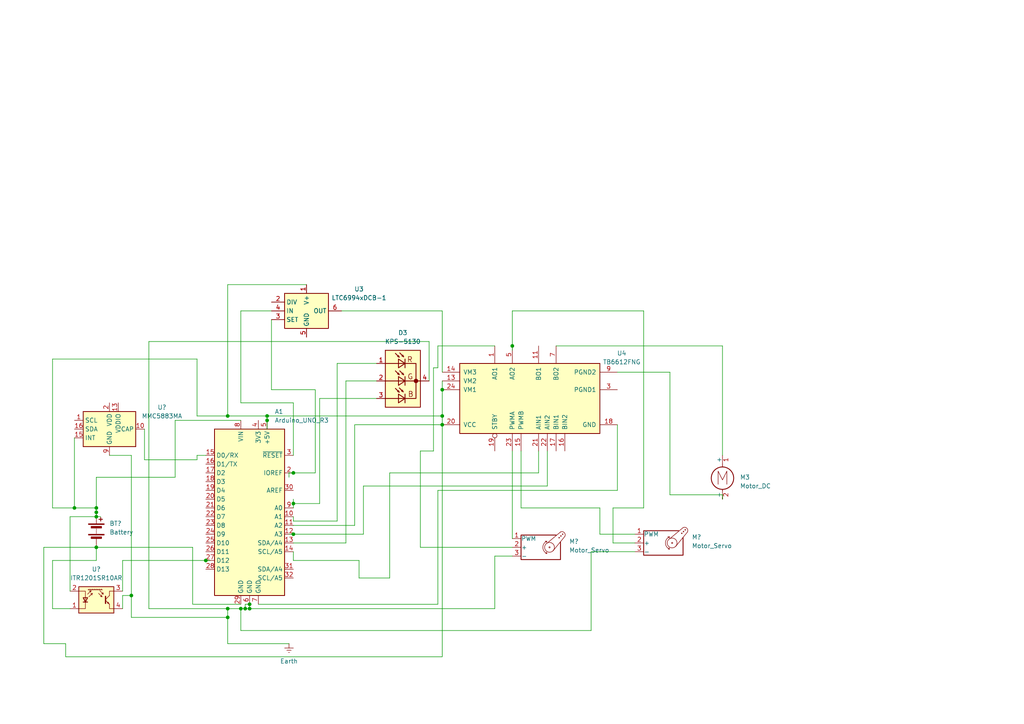
<source format=kicad_sch>
(kicad_sch (version 20231120) (generator "eeschema") (generator_version "8.0")
  (paper "A4")
  (lib_symbols
    (symbol "Device:Battery" (pin_numbers hide) (pin_names (offset 0) hide)
      (property "Reference" "BT" (at 2.54 2.54 0))
      (property "Value" "Battery" (at 2.54 0 0))
      (symbol "Battery_0_1"
        (rectangle (start -2.286 -1.27) (end 2.286 -1.524) (fill (type outline)))
        (rectangle (start -2.286 1.778) (end 2.286 1.524) (fill (type outline)))
        (rectangle (start -1.524 -2.032) (end 1.524 -2.54) (fill (type outline)))
        (rectangle (start -1.524 1.016) (end 1.524 0.508) (fill (type outline)))
        (polyline (pts (xy 0 -1.016) (xy 0 -0.762)))
        (polyline (pts (xy 0 -0.508) (xy 0 -0.254)))
        (polyline (pts (xy 0 0) (xy 0 0.254)))
        (polyline (pts (xy 0 1.778) (xy 0 2.54)))
        (polyline (pts (xy 0.762 3.048) (xy 1.778 3.048)) (stroke (width 0.254)))
        (polyline (pts (xy 1.27 3.556) (xy 1.27 2.54)) (stroke (width 0.254)))
      )
      (symbol "Battery_1_1"
        (pin passive line (at 0 5.08 270) (length 2.54) (name "+") (number "1"))
        (pin passive line (at 0 -5.08 90) (length 2.54) (name "-") (number "2"))
      )
    )
    (symbol "Driver_Motor:TB6612FNG" (pin_names (offset 1.016))
      (property "Reference" "U" (at 11.43 17.78 0))
      (property "Value" "TB6612FNG" (at 11.43 15.24 0))
      (symbol "TB6612FNG_0_1"
        (rectangle (start -10.16 20.32) (end 10.16 -20.32) (stroke (width 0.254)) (fill (type background)))
      )
      (symbol "TB6612FNG_1_1"
        (pin output line (at 15.24 10.16 180) (length 5.08) (name "AO1") (number "1"))
        (pin passive line (at 7.62 -25.4 90) (length 5.08) hide (name "PGND2") (number "10"))
        (pin output line (at 15.24 -2.54 180) (length 5.08) (name "BO1") (number "11"))
        (pin passive line (at 15.24 -2.54 180) (length 5.08) hide (name "BO1") (number "12"))
        (pin power_in line (at 5.08 25.4 270) (length 5.08) (name "VM2") (number "13"))
        (pin power_in line (at 7.62 25.4 270) (length 5.08) (name "VM3") (number "14"))
        (pin input line (at -15.24 2.54 0) (length 5.08) (name "PWMB") (number "15"))
        (pin input line (at -15.24 -10.16 0) (length 5.08) (name "BIN2") (number "16"))
        (pin input line (at -15.24 -7.62 0) (length 5.08) (name "BIN1") (number "17"))
        (pin power_in line (at -7.62 -25.4 90) (length 5.08) (name "GND") (number "18"))
        (pin input inverted (at -15.24 10.16 0) (length 5.08) (name "STBY") (number "19"))
        (pin passive line (at 15.24 10.16 180) (length 5.08) hide (name "AO1") (number "2"))
        (pin power_in line (at -7.62 25.4 270) (length 5.08) (name "VCC") (number "20"))
        (pin input line (at -15.24 -2.54 0) (length 5.08) (name "AIN1") (number "21"))
        (pin input line (at -15.24 -5.08 0) (length 5.08) (name "AIN2") (number "22"))
        (pin input line (at -15.24 5.08 0) (length 5.08) (name "PWMA") (number "23"))
        (pin power_in line (at 2.54 25.4 270) (length 5.08) (name "VM1") (number "24"))
        (pin power_in line (at 2.54 -25.4 90) (length 5.08) (name "PGND1") (number "3"))
        (pin passive line (at 2.54 -25.4 90) (length 5.08) hide (name "PGND1") (number "4"))
        (pin output line (at 15.24 5.08 180) (length 5.08) (name "AO2") (number "5"))
        (pin passive line (at 15.24 5.08 180) (length 5.08) hide (name "AO2") (number "6"))
        (pin output line (at 15.24 -7.62 180) (length 5.08) (name "BO2") (number "7"))
        (pin passive line (at 15.24 -7.62 180) (length 5.08) hide (name "BO2") (number "8"))
        (pin power_in line (at 7.62 -25.4 90) (length 5.08) (name "PGND2") (number "9"))
      )
    )
    (symbol "MCU_Module:Arduino_UNO_R3"
      (property "Reference" "A" (at -10.16 23.495 0))
      (property "Value" "Arduino_UNO_R3" (at 5.08 -26.67 0))
      (symbol "Arduino_UNO_R3_0_1"
        (rectangle (start -10.16 22.86) (end 10.16 -25.4) (stroke (width 0.254)) (fill (type background)))
      )
      (symbol "Arduino_UNO_R3_1_1"
        (pin no_connect line (at -10.16 -20.32 0) (length 2.54) hide (name "NC") (number "1"))
        (pin bidirectional line (at 12.7 -2.54 180) (length 2.54) (name "A1") (number "10"))
        (pin bidirectional line (at 12.7 -5.08 180) (length 2.54) (name "A2") (number "11"))
        (pin bidirectional line (at 12.7 -7.62 180) (length 2.54) (name "A3") (number "12"))
        (pin bidirectional line (at 12.7 -10.16 180) (length 2.54) (name "SDA/A4") (number "13"))
        (pin bidirectional line (at 12.7 -12.7 180) (length 2.54) (name "SCL/A5") (number "14"))
        (pin bidirectional line (at -12.7 15.24 0) (length 2.54) (name "D0/RX") (number "15"))
        (pin bidirectional line (at -12.7 12.7 0) (length 2.54) (name "D1/TX") (number "16"))
        (pin bidirectional line (at -12.7 10.16 0) (length 2.54) (name "D2") (number "17"))
        (pin bidirectional line (at -12.7 7.62 0) (length 2.54) (name "D3") (number "18"))
        (pin bidirectional line (at -12.7 5.08 0) (length 2.54) (name "D4") (number "19"))
        (pin output line (at 12.7 10.16 180) (length 2.54) (name "IOREF") (number "2"))
        (pin bidirectional line (at -12.7 2.54 0) (length 2.54) (name "D5") (number "20"))
        (pin bidirectional line (at -12.7 0 0) (length 2.54) (name "D6") (number "21"))
        (pin bidirectional line (at -12.7 -2.54 0) (length 2.54) (name "D7") (number "22"))
        (pin bidirectional line (at -12.7 -5.08 0) (length 2.54) (name "D8") (number "23"))
        (pin bidirectional line (at -12.7 -7.62 0) (length 2.54) (name "D9") (number "24"))
        (pin bidirectional line (at -12.7 -10.16 0) (length 2.54) (name "D10") (number "25"))
        (pin bidirectional line (at -12.7 -12.7 0) (length 2.54) (name "D11") (number "26"))
        (pin bidirectional line (at -12.7 -15.24 0) (length 2.54) (name "D12") (number "27"))
        (pin bidirectional line (at -12.7 -17.78 0) (length 2.54) (name "D13") (number "28"))
        (pin power_in line (at -2.54 -27.94 90) (length 2.54) (name "GND") (number "29"))
        (pin input line (at 12.7 15.24 180) (length 2.54) (name "~{RESET}") (number "3"))
        (pin input line (at 12.7 5.08 180) (length 2.54) (name "AREF") (number "30"))
        (pin bidirectional line (at 12.7 -17.78 180) (length 2.54) (name "SDA/A4") (number "31"))
        (pin bidirectional line (at 12.7 -20.32 180) (length 2.54) (name "SCL/A5") (number "32"))
        (pin power_out line (at 2.54 25.4 270) (length 2.54) (name "3V3") (number "4"))
        (pin power_out line (at 5.08 25.4 270) (length 2.54) (name "+5V") (number "5"))
        (pin power_in line (at 0 -27.94 90) (length 2.54) (name "GND") (number "6"))
        (pin power_in line (at 2.54 -27.94 90) (length 2.54) (name "GND") (number "7"))
        (pin power_in line (at -2.54 25.4 270) (length 2.54) (name "VIN") (number "8"))
        (pin bidirectional line (at 12.7 0 180) (length 2.54) (name "A0") (number "9"))
      )
    )
    (symbol "Motor:Motor_DC" (pin_names (offset 0))
      (property "Reference" "M" (at 2.54 2.54 0))
      (property "Value" "Motor_DC" (at 2.54 -5.08 0))
      (symbol "Motor_DC_0_0"
        (polyline (pts (xy -1.27 -3.302) (xy -1.27 0.508) (xy 0 -2.032) (xy 1.27 0.508) (xy 1.27 -3.302)))
      )
      (symbol "Motor_DC_0_1"
        (circle (center 0 -1.524) (radius 3.2512) (stroke (width 0.254)))
        (polyline (pts (xy 0 -7.62) (xy 0 -7.112)))
        (polyline (pts (xy 0 -4.7752) (xy 0 -5.1816)))
        (polyline (pts (xy 0 1.7272) (xy 0 2.0828)))
        (polyline (pts (xy 0 2.032) (xy 0 2.54)))
      )
      (symbol "Motor_DC_1_1"
        (pin passive line (at 0 5.08 270) (length 2.54) (name "+") (number "1"))
        (pin passive line (at 0 -7.62 90) (length 2.54) (name "-") (number "2"))
      )
    )
    (symbol "Motor:Motor_Servo" (pin_names (offset 0.0254))
      (property "Reference" "M" (at -5.08 4.445 0))
      (property "Value" "Motor_Servo" (at -5.08 -4.064 0))
      (symbol "Motor_Servo_0_1"
        (polyline (pts (xy 2.413 -1.778) (xy 2.032 -1.778)))
        (polyline (pts (xy 2.413 -1.778) (xy 2.286 -1.397)))
        (polyline (pts (xy 2.413 1.778) (xy 1.905 1.778)))
        (polyline (pts (xy 2.413 1.778) (xy 2.286 1.397)))
        (polyline (pts (xy 6.35 4.445) (xy 2.54 1.27)))
        (polyline (pts (xy 7.62 3.175) (xy 4.191 -1.016)))
        (polyline (pts (xy 5.08 3.556) (xy -5.08 3.556) (xy -5.08 -3.556) (xy 6.35 -3.556) (xy 6.35 1.524)) (stroke (width 0.254)))
        (arc (start 2.413 1.778) (mid 1.2406 0) (end 2.413 -1.778))
        (circle (center 3.175 0) (radius 0.1778))
        (circle (center 3.175 0) (radius 1.4224))
        (circle (center 5.969 2.794) (radius 0.127))
        (circle (center 6.477 3.302) (radius 0.127))
        (circle (center 6.985 3.81) (radius 0.127))
        (arc (start 7.62 3.175) (mid 7.4485 4.2735) (end 6.35 4.445))
      )
      (symbol "Motor_Servo_1_1"
        (pin passive line (at -7.62 2.54 0) (length 2.54) (name "PWM") (number "1"))
        (pin passive line (at -7.62 0 0) (length 2.54) (name "+") (number "2"))
        (pin passive line (at -7.62 -2.54 0) (length 2.54) (name "-") (number "3"))
      )
    )
    (symbol "Sensor_Magnetic:MMC5883MA"
      (property "Reference" "U" (at -7.62 7.62 0))
      (property "Value" "MMC5883MA" (at 5.08 7.62 0))
      (symbol "MMC5883MA_0_1"
        (rectangle (start -7.62 -5.08) (end 7.62 5.08) (stroke (width 0.254)) (fill (type background)))
      )
      (symbol "MMC5883MA_1_1"
        (pin input line (at -10.16 2.54 0) (length 2.54) (name "SCL") (number "1"))
        (pin passive line (at 10.16 0 180) (length 2.54) (name "CAP") (number "10"))
        (pin passive line (at 0 -7.62 90) (length 2.54) hide (name "GND") (number "11"))
        (pin no_connect line (at 5.08 -5.08 90) (length 2.54) hide (name "NC") (number "12"))
        (pin power_in line (at 2.54 7.62 270) (length 2.54) (name "VDDIO") (number "13"))
        (pin no_connect line (at -2.54 -5.08 90) (length 2.54) hide (name "NC") (number "14"))
        (pin output line (at -10.16 -2.54 0) (length 2.54) (name "INT") (number "15"))
        (pin bidirectional line (at -10.16 0 0) (length 2.54) (name "SDA") (number "16"))
        (pin power_in line (at 0 7.62 270) (length 2.54) (name "VDD") (number "2"))
        (pin no_connect line (at 7.62 -5.08 180) (length 2.54) hide (name "NC") (number "3"))
        (pin no_connect line (at 7.62 2.54 180) (length 2.54) hide (name "NC") (number "4"))
        (pin no_connect line (at 7.62 5.08 180) (length 2.54) hide (name "NC") (number "5"))
        (pin no_connect line (at 7.62 -2.54 180) (length 2.54) hide (name "NC") (number "6"))
        (pin no_connect line (at -5.08 -5.08 90) (length 2.54) hide (name "NC") (number "7"))
        (pin no_connect line (at 2.54 -5.08 90) (length 2.54) hide (name "NC") (number "8"))
        (pin power_in line (at 0 -7.62 90) (length 2.54) (name "GND") (number "9"))
      )
    )
    (symbol "Sensor_Optical:KPS-5130" (pin_names hide)
      (property "Reference" "D" (at -4.064 10.16 0))
      (property "Value" "KPS-5130" (at 0 -8.89 0))
      (symbol "KPS-5130_0_0"
        (text "B" (at 2.286 -3.81 0) (effects (font (size 1.524 1.524))))
        (text "G" (at 2.159 1.27 0) (effects (font (size 1.524 1.524))))
        (text "R" (at 2.032 6.223 0) (effects (font (size 1.524 1.524))))
      )
      (symbol "KPS-5130_0_1"
        (polyline (pts (xy 5.08 0) (xy -5.08 0)) (stroke (width 0.254)))
        (polyline (pts (xy -5.08 5.08) (xy 3.81 5.08) (xy 3.81 -5.08) (xy -5.08 -5.08)) (stroke (width 0.254)))
        (polyline (pts (xy -2.159 -2.159) (xy -1.016 -3.302) (xy -1.27 -2.794) (xy -1.524 -3.048) (xy -1.016 -3.302)) (stroke (width 0.254)))
        (polyline (pts (xy -2.159 2.921) (xy -1.016 1.778) (xy -1.27 2.286) (xy -1.524 2.032) (xy -1.016 1.778)) (stroke (width 0.254)))
        (polyline (pts (xy -2.159 8.001) (xy -1.016 6.858) (xy -1.27 7.366) (xy -1.524 7.112) (xy -1.016 6.858)) (stroke (width 0.254)))
        (polyline (pts (xy -1.016 -2.032) (xy 0.127 -3.175) (xy -0.127 -2.667) (xy -0.381 -2.921) (xy 0.127 -3.175)) (stroke (width 0.254)))
        (polyline (pts (xy -0.889 2.921) (xy 0.254 1.778) (xy 0 2.286) (xy -0.254 2.032) (xy 0.254 1.778)) (stroke (width 0.254)))
        (polyline (pts (xy -0.889 8.128) (xy 0.254 6.985) (xy 0 7.493) (xy -0.254 7.239) (xy 0.254 6.985)) (stroke (width 0.254)))
        (polyline (pts (xy 0.635 -3.81) (xy 0.635 -6.35) (xy 0.635 -5.08) (xy -1.27 -3.81) (xy -1.27 -6.35) (xy 0.635 -5.08)) (stroke (width 0.254)))
        (polyline (pts (xy 0.635 1.27) (xy 0.635 -1.27) (xy 0.635 0) (xy -1.27 1.27) (xy -1.27 -1.27) (xy 0.635 0)) (stroke (width 0.254)))
        (polyline (pts (xy 0.635 6.35) (xy 0.635 3.81) (xy 0.635 5.08) (xy -1.27 6.35) (xy -1.27 3.81) (xy 0.635 5.08)) (stroke (width 0.254)))
        (circle (center 3.81 0) (radius 0.508) (stroke (width 0.254)) (fill (type outline)))
      )
      (symbol "KPS-5130_1_1"
        (rectangle (start 5.08 8.89) (end -5.08 -7.62) (stroke (width 0.254)) (fill (type background)))
        (pin passive line (at -7.62 5.08 0) (length 2.54) (name "AR") (number "1"))
        (pin passive line (at -7.62 0 0) (length 2.54) (name "AG") (number "2"))
        (pin passive line (at -7.62 -5.08 0) (length 2.54) (name "AB") (number "3"))
        (pin passive line (at 7.62 0 180) (length 2.54) (name "C") (number "4"))
      )
    )
    (symbol "Sensor_Proximity:ITR1201SR10AR" (pin_names (offset 0.0254) hide)
      (property "Reference" "U" (at -3.81 5.08 0))
      (property "Value" "ITR1201SR10AR" (at 15.24 5.08 0))
      (symbol "ITR1201SR10AR_0_1"
        (polyline (pts (xy -3.81 -0.635) (xy -2.54 -0.635)) (stroke (width 0.254)))
        (polyline (pts (xy -2.286 2.921) (xy -2.032 3.175)))
        (polyline (pts (xy -1.778 2.921) (xy -1.524 3.175)))
        (polyline (pts (xy -1.524 2.667) (xy -1.651 2.159)))
        (polyline (pts (xy -1.27 2.921) (xy -1.016 3.175)))
        (polyline (pts (xy -1.143 1.905) (xy -1.27 1.397)))
        (polyline (pts (xy -0.762 2.921) (xy -0.508 3.175)))
        (polyline (pts (xy -0.254 2.921) (xy 0 3.175)))
        (polyline (pts (xy 0.254 2.921) (xy 0.508 3.175)))
        (polyline (pts (xy 0.762 2.921) (xy 1.016 3.175)))
        (polyline (pts (xy 1.27 2.921) (xy 1.524 3.175)))
        (polyline (pts (xy 1.651 0.889) (xy 1.143 1.016)))
        (polyline (pts (xy 1.778 2.921) (xy -2.413 2.921)))
        (polyline (pts (xy 2.032 1.651) (xy 1.524 1.778)))
        (polyline (pts (xy 2.667 -0.127) (xy 3.81 -1.27)))
        (polyline (pts (xy 2.667 0.127) (xy 3.81 1.27)))
        (polyline (pts (xy -2.54 1.651) (xy -1.524 2.667) (xy -2.032 2.54)))
        (polyline (pts (xy -2.159 0.889) (xy -1.143 1.905) (xy -1.651 1.778)))
        (polyline (pts (xy 0.635 1.905) (xy 1.651 0.889) (xy 1.524 1.397)))
        (polyline (pts (xy 1.016 2.667) (xy 2.032 1.651) (xy 1.905 2.159)))
        (polyline (pts (xy 2.667 1.016) (xy 2.667 -1.016) (xy 2.667 -1.016)) (stroke (width 0.3556)))
        (polyline (pts (xy 3.81 -1.27) (xy 3.81 -2.54) (xy 5.08 -2.54)))
        (polyline (pts (xy 3.81 1.27) (xy 3.81 2.54) (xy 5.08 2.54)))
        (polyline (pts (xy -5.08 -2.54) (xy -3.175 -2.54) (xy -3.175 2.54) (xy -5.08 2.54)))
        (polyline (pts (xy -3.175 -0.635) (xy -3.81 0.635) (xy -2.54 0.635) (xy -3.175 -0.635)) (stroke (width 0.254)))
        (polyline (pts (xy 3.683 -1.143) (xy 3.429 -0.635) (xy 3.175 -0.889) (xy 3.683 -1.143)))
        (polyline (pts (xy -5.08 -3.81) (xy 5.08 -3.81) (xy 5.08 3.81) (xy -5.08 3.81) (xy -5.08 -3.81)) (stroke (width 0.254)) (fill (type background)))
      )
      (symbol "ITR1201SR10AR_1_1"
        (pin passive line (at -7.62 -2.54 0) (length 2.54) (name "K") (number "1"))
        (pin passive line (at -7.62 2.54 0) (length 2.54) (name "A") (number "2"))
        (pin open_collector line (at 7.62 2.54 180) (length 2.54) (name "~") (number "3"))
        (pin open_emitter line (at 7.62 -2.54 180) (length 2.54) (name "~") (number "4"))
      )
    )
    (symbol "Timer:LTC6994xDCB-1"
      (property "Reference" "U" (at -6.35 6.35 0))
      (property "Value" "LTC6994xDCB-1" (at 7.62 6.35 0))
      (symbol "LTC6994xDCB-1_0_1"
        (rectangle (start -6.35 5.08) (end 6.35 -5.08) (stroke (width 0.254)) (fill (type background)))
      )
      (symbol "LTC6994xDCB-1_1_1"
        (pin power_in line (at 0 7.62 270) (length 2.54) (name "V+") (number "1"))
        (pin input line (at -10.16 2.54 0) (length 3.81) (name "DIV") (number "2"))
        (pin passive line (at -10.16 -2.54 0) (length 3.81) (name "SET") (number "3"))
        (pin input line (at -10.16 0 0) (length 3.81) (name "IN") (number "4"))
        (pin power_in line (at 0 -7.62 90) (length 2.54) (name "GND") (number "5"))
        (pin output line (at 10.16 0 180) (length 3.81) (name "OUT") (number "6"))
      )
    )
    (symbol "power:Earth" (power) (pin_numbers hide) (pin_names (offset 0) hide)
      (property "Value" "Earth" (at 0 -3.81 0))
      (symbol "Earth_0_1"
        (polyline (pts (xy -0.635 -1.905) (xy 0.635 -1.905)))
        (polyline (pts (xy -0.127 -2.54) (xy 0.127 -2.54)))
        (polyline (pts (xy 0 -1.27) (xy 0 0)))
        (polyline (pts (xy 1.27 -1.27) (xy -1.27 -1.27)))
      )
      (symbol "Earth_1_1"
        (pin power_in line (at 0 0 270) (length 0) (name "~") (number "1"))
      )
    )
  )
  (junction (at 66.04 179.07))
  (junction (at 85.09 146.05))
  (junction (at 38.1 172.72))
  (junction (at 66.04 120.65))
  (junction (at 66.04 176.53))
  (junction (at 21.59 147.32))
  (junction (at 72.39 175.26))
  (junction (at 128.27 113.03))
  (junction (at 77.47 121.92))
  (junction (at 27.94 149.86))
  (junction (at 71.12 176.53))
  (junction (at 72.39 176.53))
  (junction (at 27.94 148.59))
  (junction (at 148.59 100.33))
  (junction (at 69.85 176.53))
  (junction (at 128.27 123.19))
  (junction (at 77.47 120.65))
  (junction (at 27.94 147.32))
  (junction (at 128.27 120.65))
  (junction (at 59.69 162.56))
  (junction (at 27.94 158.75))
  (junction (at 85.09 137.16))
  (junction (at 85.09 154.94))
  (wire (pts (xy 66.04 82.55) (xy 66.04 120.65)))
  (wire (pts (xy 113.03 137.16) (xy 156.21 137.16)))
  (wire (pts (xy 109.22 110.49) (xy 100.33 110.49)))
  (wire (pts (xy 66.04 179.07) (xy 66.04 176.53)))
  (wire (pts (xy 66.04 120.65) (xy 77.47 120.65)))
  (wire (pts (xy 59.69 162.56) (xy 60.96 162.56)))
  (wire (pts (xy 91.44 113.03) (xy 91.44 137.16)))
  (wire (pts (xy 78.74 113.03) (xy 91.44 113.03)))
  (wire (pts (xy 19.05 190.5) (xy 19.05 186.69)))
  (wire (pts (xy 127 175.26) (xy 74.93 175.26)))
  (wire (pts (xy 102.87 123.19) (xy 128.27 123.19)))
  (wire (pts (xy 77.47 121.92) (xy 77.47 124.46)))
  (wire (pts (xy 194.31 107.95) (xy 179.07 107.95)))
  (wire (pts (xy -502.92 21.59) (xy -502.92 15.24)))
  (wire (pts (xy 69.85 116.84) (xy 85.09 116.84)))
  (wire (pts (xy 85.09 157.48) (xy 100.33 157.48)))
  (wire (pts (xy 109.22 105.41) (xy 97.79 105.41)))
  (wire (pts (xy -496.57 21.59) (xy -502.92 21.59)))
  (wire (pts (xy 77.47 120.65) (xy 77.47 121.92)))
  (wire (pts (xy 148.59 90.17) (xy 186.69 90.17)))
  (wire (pts (xy 91.44 137.16) (xy 85.09 137.16)))
  (wire (pts (xy 148.59 90.17) (xy 148.59 100.33)))
  (wire (pts (xy 173.99 147.32) (xy 173.99 154.94)))
  (wire (pts (xy 35.56 172.72) (xy 38.1 172.72)))
  (wire (pts (xy 209.55 100.33) (xy 161.29 100.33)))
  (wire (pts (xy 184.15 160.02) (xy 171.45 160.02)))
  (wire (pts (xy 97.79 151.13) (xy 85.09 151.13)))
  (wire (pts (xy 27.94 162.56) (xy 27.94 158.75)))
  (wire (pts (xy 171.45 182.88) (xy 69.85 182.88)))
  (wire (pts (xy 171.45 160.02) (xy 171.45 182.88)))
  (wire (pts (xy 127 142.24) (xy 127 175.26)))
  (wire (pts (xy 128.27 90.17) (xy 128.27 107.95)))
  (wire (pts (xy 12.7 158.75) (xy 27.94 158.75)))
  (wire (pts (xy 55.88 175.26) (xy 69.85 175.26)))
  (wire (pts (xy 15.24 147.32) (xy 21.59 147.32)))
  (wire (pts (xy 71.12 176.53) (xy 71.12 175.26)))
  (wire (pts (xy 209.55 143.51) (xy 194.31 143.51)))
  (wire (pts (xy 57.15 133.35) (xy 57.15 132.08)))
  (wire (pts (xy 113.03 167.64) (xy 104.14 167.64)))
  (wire (pts (xy 148.59 158.75) (xy 121.92 158.75)))
  (wire (pts (xy 78.74 90.17) (xy 69.85 90.17)))
  (wire (pts (xy 92.71 146.05) (xy 85.09 146.05)))
  (wire (pts (xy 128.27 120.65) (xy 128.27 123.19)))
  (wire (pts (xy 209.55 144.78) (xy 209.55 143.51)))
  (wire (pts (xy 121.92 130.81) (xy 125.73 130.81)))
  (wire (pts (xy 102.87 123.19) (xy 102.87 152.4)))
  (wire (pts (xy 21.59 127) (xy 21.59 147.32)))
  (wire (pts (xy 38.1 172.72) (xy 38.1 179.07)))
  (wire (pts (xy 85.09 144.78) (xy 85.09 146.05)))
  (wire (pts (xy 41.91 124.46) (xy 41.91 133.35)))
  (wire (pts (xy 173.99 147.32) (xy 151.13 147.32)))
  (wire (pts (xy 50.8 121.92) (xy 50.8 138.43)))
  (wire (pts (xy 194.31 143.51) (xy 194.31 107.95)))
  (wire (pts (xy -496.57 -3.81) (xy -496.57 21.59)))
  (wire (pts (xy 66.04 176.53) (xy 69.85 176.53)))
  (wire (pts (xy 77.47 120.65) (xy 128.27 120.65)))
  (wire (pts (xy 69.85 90.17) (xy 69.85 116.84)))
  (wire (pts (xy 83.82 154.94) (xy 85.09 154.94)))
  (wire (pts (xy 66.04 186.69) (xy 66.04 179.07)))
  (wire (pts (xy 71.12 175.26) (xy 72.39 175.26)))
  (wire (pts (xy 85.09 149.86) (xy 85.09 151.13)))
  (wire (pts (xy 27.94 158.75) (xy 55.88 158.75)))
  (wire (pts (xy 125.73 130.81) (xy 125.73 106.68)))
  (wire (pts (xy 143.51 100.33) (xy 127 100.33)))
  (wire (pts (xy 27.94 138.43) (xy 27.94 147.32)))
  (wire (pts (xy 113.03 137.16) (xy 113.03 167.64)))
  (wire (pts (xy 57.15 132.08) (xy 59.69 132.08)))
  (wire (pts (xy 88.9 82.55) (xy 66.04 82.55)))
  (wire (pts (xy 124.46 99.06) (xy 124.46 110.49)))
  (wire (pts (xy 41.91 133.35) (xy 57.15 133.35)))
  (wire (pts (xy 105.41 140.97) (xy 158.75 140.97)))
  (wire (pts (xy 12.7 186.69) (xy 12.7 158.75)))
  (wire (pts (xy 209.55 132.08) (xy 209.55 100.33)))
  (wire (pts (xy 72.39 176.53) (xy 143.51 176.53)))
  (wire (pts (xy 20.32 176.53) (xy 15.24 176.53)))
  (wire (pts (xy 69.85 182.88) (xy 69.85 176.53)))
  (wire (pts (xy 85.09 152.4) (xy 102.87 152.4)))
  (wire (pts (xy 128.27 113.03) (xy 128.27 120.65)))
  (wire (pts (xy 69.85 176.53) (xy 71.12 176.53)))
  (wire (pts (xy 148.59 130.81) (xy 148.59 156.21)))
  (wire (pts (xy 85.09 146.05) (xy 85.09 147.32)))
  (wire (pts (xy 31.75 132.08) (xy 38.1 132.08)))
  (wire (pts (xy 43.18 99.06) (xy 43.18 176.53)))
  (wire (pts (xy 92.71 115.57) (xy 92.71 146.05)))
  (wire (pts (xy 179.07 142.24) (xy 127 142.24)))
  (wire (pts (xy 15.24 176.53) (xy 15.24 162.56)))
  (wire (pts (xy 27.94 149.86) (xy 29.21 149.86)))
  (wire (pts (xy 38.1 179.07) (xy 66.04 179.07)))
  (wire (pts (xy 99.06 90.17) (xy 128.27 90.17)))
  (wire (pts (xy 100.33 110.49) (xy 100.33 157.48)))
  (wire (pts (xy 43.18 176.53) (xy 66.04 176.53)))
  (wire (pts (xy 83.82 137.16) (xy 83.82 138.43)))
  (wire (pts (xy 85.09 154.94) (xy 105.41 154.94)))
  (wire (pts (xy 151.13 147.32) (xy 151.13 130.81)))
  (wire (pts (xy 104.14 162.56) (xy 104.14 167.64)))
  (wire (pts (xy 125.73 106.68) (xy 127 106.68)))
  (wire (pts (xy 19.05 186.69) (xy 12.7 186.69)))
  (wire (pts (xy 143.51 176.53) (xy 143.51 161.29)))
  (wire (pts (xy 57.15 104.14) (xy 15.24 104.14)))
  (wire (pts (xy 35.56 162.56) (xy 59.69 162.56)))
  (wire (pts (xy 186.69 147.32) (xy 186.69 90.17)))
  (wire (pts (xy 109.22 115.57) (xy 92.71 115.57)))
  (wire (pts (xy 128.27 110.49) (xy 128.27 113.03)))
  (wire (pts (xy 121.92 158.75) (xy 121.92 130.81)))
  (wire (pts (xy 19.05 190.5) (xy 128.27 190.5)))
  (wire (pts (xy 20.32 149.86) (xy 27.94 149.86)))
  (wire (pts (xy 127 100.33) (xy 127 106.68)))
  (wire (pts (xy 72.39 176.53) (xy 72.39 175.26)))
  (wire (pts (xy 71.12 176.53) (xy 72.39 176.53)))
  (wire (pts (xy 128.27 123.19) (xy 128.27 190.5)))
  (wire (pts (xy 35.56 176.53) (xy 35.56 172.72)))
  (wire (pts (xy 57.15 120.65) (xy 57.15 104.14)))
  (wire (pts (xy 83.82 186.69) (xy 66.04 186.69)))
  (wire (pts (xy 148.59 100.33) (xy 148.59 101.6)))
  (wire (pts (xy 35.56 171.45) (xy 35.56 162.56)))
  (wire (pts (xy 179.07 123.19) (xy 179.07 142.24)))
  (wire (pts (xy 78.74 92.71) (xy 78.74 113.03)))
  (wire (pts (xy 158.75 130.81) (xy 158.75 140.97)))
  (wire (pts (xy 156.21 130.81) (xy 156.21 137.16)))
  (wire (pts (xy 85.09 116.84) (xy 85.09 132.08)))
  (wire (pts (xy 38.1 132.08) (xy 38.1 172.72)))
  (wire (pts (xy 177.8 147.32) (xy 186.69 147.32)))
  (wire (pts (xy 57.15 120.65) (xy 66.04 120.65)))
  (wire (pts (xy 177.8 157.48) (xy 177.8 147.32)))
  (wire (pts (xy 184.15 157.48) (xy 177.8 157.48)))
  (wire (pts (xy 69.85 121.92) (xy 50.8 121.92)))
  (wire (pts (xy 27.94 147.32) (xy 27.94 148.59)))
  (wire (pts (xy 21.59 147.32) (xy 27.94 147.32)))
  (wire (pts (xy 85.09 137.16) (xy 83.82 137.16)))
  (wire (pts (xy 105.41 140.97) (xy 105.41 154.94)))
  (wire (pts (xy 27.94 148.59) (xy 27.94 149.86)))
  (wire (pts (xy 143.51 161.29) (xy 148.59 161.29)))
  (wire (pts (xy 15.24 162.56) (xy 27.94 162.56)))
  (wire (pts (xy 85.09 162.56) (xy 85.09 160.02)))
  (wire (pts (xy 184.15 154.94) (xy 173.99 154.94)))
  (wire (pts (xy 104.14 162.56) (xy 85.09 162.56)))
  (wire (pts (xy 97.79 105.41) (xy 97.79 151.13)))
  (wire (pts (xy 55.88 158.75) (xy 55.88 175.26)))
  (wire (pts (xy 15.24 104.14) (xy 15.24 147.32)))
  (wire (pts (xy 27.94 138.43) (xy 50.8 138.43)))
  (wire (pts (xy 20.32 171.45) (xy 20.32 149.86)))
  (wire (pts (xy 43.18 99.06) (xy 124.46 99.06)))
  (symbol (lib_id "Motor:Motor_Servo") (at 156.21 158.75 0) (unit 1)
    (property "Reference" "M?" (at 165.1 157.0465 0) (effects (justify left)))
    (property "Value" "Motor_Servo" (at 165.1 159.5865 0) (effects (justify left)))
    (property "Datasheet" "http://forums.parallax.com/uploads/attachments/46831/74481.png" (effects (hide yes)))
    (property "Description" "Servo Motor (Futaba, HiTec, JR connector)" (effects (hide yes)))
  )
  (symbol (lib_id "Sensor_Magnetic:MMC5883MA") (at 31.75 124.46 0) (unit 1)
    (property "Reference" "U?" (at 46.99 118.1414 0))
    (property "Value" "MMC5883MA" (at 46.99 120.6814 0))
    (property "Footprint" "Package_LGA:LGA-16_3x3mm_P0.5mm" (effects (hide yes)))
    (property "Datasheet" "http://www.memsic.com/userfiles/files/DataSheets/Magnetic-Sensors-Datasheets/MMC5883MA-RevC.pdf" (effects (hide yes)))
    (property "Description" "3-axis Magnetic Sensor, I2C Interface, LGA-16" (effects (hide yes)))
  )
  (symbol (lib_id "power:Earth") (at 83.82 186.69 0) (unit 1)
    (property "Reference" "#PWR01" (effects (hide yes)))
    (property "Value" "Earth" (at 83.82 191.77 0))
    (property "Description" "Power symbol creates a global label with name \"Earth\"" (effects (hide yes)))
  )
  (symbol (lib_id "Motor:Motor_DC") (at 209.55 137.16 0) (unit 1)
    (property "Reference" "M3" (at 214.63 138.4299 0) (effects (justify left)))
    (property "Value" "Motor_DC" (at 214.63 140.9699 0) (effects (justify left)))
    (property "Description" "DC Motor" (effects (hide yes)))
  )
  (symbol (lib_id "Device:Battery") (at 27.94 153.67 0) (unit 1)
    (property "Reference" "BT?" (at 31.75 151.8284 0) (effects (justify left)))
    (property "Value" "Battery" (at 31.75 154.3684 0) (effects (justify left)))
    (property "Description" "Multiple-cell battery" (effects (hide yes)))
  )
  (symbol (lib_id "MCU_Module:Arduino_UNO_R3") (at 72.39 147.32 0) (unit 1)
    (property "Reference" "A1" (at 79.6641 119.38 0) (effects (justify left)))
    (property "Value" "Arduino_UNO_R3" (at 79.6641 121.92 0) (effects (justify left)))
    (property "Footprint" "Module:Arduino_UNO_R3" (effects (hide yes)))
    (property "Datasheet" "https://www.arduino.cc/en/Main/arduinoBoardUno" (effects (hide yes)))
    (property "Description" "Arduino UNO Microcontroller Module, release 3" (effects (hide yes)))
  )
  (symbol (lib_id "Sensor_Optical:KPS-5130") (at 116.84 110.49 0) (unit 1)
    (property "Reference" "D3" (at 116.84 96.52 0))
    (property "Value" "KPS-5130" (at 116.84 99.06 0))
    (property "Footprint" "OptoDevice:Kingbright_KPS-5130" (effects (hide yes)))
    (property "Datasheet" "https://www.kingbright.com/attachments/file/psearch/000/00/20160808bak/KPS-5130PD7C(Ver.13).pdf" (effects (hide yes)))
    (property "Description" "RGB Colour Sensor, KPS-5130" (effects (hide yes)))
  )
  (symbol (lib_id "Motor:Motor_Servo") (at 191.77 157.48 0) (unit 1)
    (property "Reference" "M?" (at 200.66 155.7765 0) (effects (justify left)))
    (property "Value" "Motor_Servo" (at 200.66 158.3165 0) (effects (justify left)))
    (property "Datasheet" "http://forums.parallax.com/uploads/attachments/46831/74481.png" (effects (hide yes)))
    (property "Description" "Servo Motor (Futaba, HiTec, JR connector)" (effects (hide yes)))
  )
  (symbol (lib_id "Timer:LTC6994xDCB-1") (at 88.9 90.17 0) (unit 1)
    (property "Reference" "U3" (at 104.14 83.8514 0))
    (property "Value" "LTC6994xDCB-1" (at 104.14 86.3914 0))
    (property "Footprint" "Package_DFN_QFN:DFN-6-1EP_3x2mm_P0.5mm_EP1.65x1.35mm" (effects (hide yes)))
    (property "Datasheet" "https://www.analog.com/media/en/technical-documentation/data-sheets/699412fb.pdf" (effects (hide yes)))
    (property "Description" "TimerBlox Delay Block, Programmable, Noise Discriminator, Rising or Falling Edge, DFN-6" (effects (hide yes)))
  )
  (symbol (lib_id "Driver_Motor:TB6612FNG") (at 153.67 115.57 90) (unit 1)
    (property "Reference" "U4" (at 180.34 102.4538 90))
    (property "Value" "TB6612FNG" (at 180.34 104.9938 90))
    (property "Footprint" "Package_SO:SSOP-24_5.3x8.2mm_P0.65mm" (effects (hide yes)))
    (property "Datasheet" "https://toshiba.semicon-storage.com/us/product/linear/motordriver/detail.TB6612FNG.html" (effects (hide yes)))
    (property "Description" "Driver IC for Dual DC motor, SSOP-24" (effects (hide yes)))
  )
  (symbol (lib_id "Sensor_Proximity:ITR1201SR10AR") (at 27.94 173.99 0) (unit 1)
    (property "Reference" "U?" (at 27.94 165.1 0))
    (property "Value" "ITR1201SR10AR" (at 27.94 167.64 0))
    (property "Footprint" "OptoDevice:Everlight_ITR1201SR10AR" (effects (hide yes)))
    (property "Datasheet" "http://www.everlight.com/file/ProductFile/ITR1201SR10AR-TR.pdf" (effects (hide yes)))
    (property "Description" "Miniature Reflective Optical Object Sensor, SMD-4" (effects (hide yes)))
  )
)
</source>
